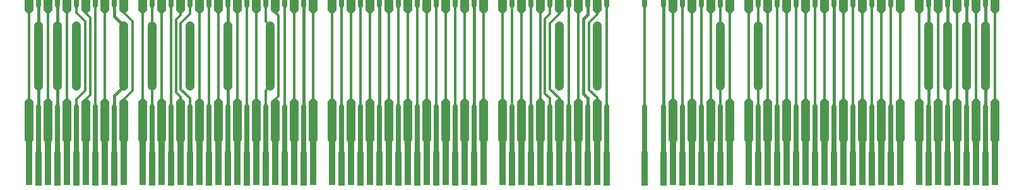
<source format=gbr>
%TF.GenerationSoftware,KiCad,Pcbnew,8.0.4*%
%TF.CreationDate,2024-08-20T01:52:53-04:00*%
%TF.ProjectId,EISA Bridge,45495341-2042-4726-9964-67652e6b6963,1*%
%TF.SameCoordinates,Original*%
%TF.FileFunction,Copper,L2,Bot*%
%TF.FilePolarity,Positive*%
%FSLAX46Y46*%
G04 Gerber Fmt 4.6, Leading zero omitted, Abs format (unit mm)*
G04 Created by KiCad (PCBNEW 8.0.4) date 2024-08-20 01:52:53*
%MOMM*%
%LPD*%
G01*
G04 APERTURE LIST*
G04 Aperture macros list*
%AMFreePoly0*
4,1,26,0.155291,0.585932,0.300000,0.525992,0.424264,0.430641,0.519615,0.306377,0.579555,0.161668,0.600000,0.006377,0.600000,-4.793623,0.579555,-4.948914,0.519615,-5.093623,0.424264,-5.217887,0.400000,-5.236506,0.400000,-11.043623,-0.400000,-11.043623,-0.400000,-5.236506,-0.424264,-5.217887,-0.519615,-5.093623,-0.579555,-4.948914,-0.600000,-4.793623,-0.600000,0.006377,-0.579555,0.161668,
-0.519615,0.306377,-0.424264,0.430641,-0.300000,0.525992,-0.155291,0.585932,0.000000,0.606377,0.155291,0.585932,0.155291,0.585932,$1*%
%AMFreePoly1*
4,1,22,0.068685,0.292031,0.169541,0.247499,0.247499,0.169541,0.292031,0.068685,0.300000,0.000000,0.300000,-6.001279,0.323607,-6.024886,0.380423,-6.136393,0.400000,-6.260000,0.400000,-10.740000,-0.400000,-10.740000,-0.400000,-6.260000,-0.380423,-6.136393,-0.323607,-6.024886,-0.300000,-6.001279,-0.300000,0.000000,-0.292031,0.068685,-0.247499,0.169541,-0.169541,0.247499,-0.068685,0.292031,
0.000000,0.300000,0.068685,0.292031,0.068685,0.292031,$1*%
G04 Aperture macros list end*
%TA.AperFunction,SMDPad,CuDef*%
%ADD10FreePoly0,0.000000*%
%TD*%
%TA.AperFunction,SMDPad,CuDef*%
%ADD11FreePoly1,0.000000*%
%TD*%
%TA.AperFunction,SMDPad,CuDef*%
%ADD12FreePoly0,180.000000*%
%TD*%
%TA.AperFunction,SMDPad,CuDef*%
%ADD13FreePoly1,180.000000*%
%TD*%
%TA.AperFunction,ViaPad*%
%ADD14C,1.000000*%
%TD*%
%TA.AperFunction,Conductor*%
%ADD15C,0.300000*%
%TD*%
%TA.AperFunction,Conductor*%
%ADD16C,1.200000*%
%TD*%
%TA.AperFunction,Conductor*%
%ADD17C,0.400000*%
%TD*%
G04 APERTURE END LIST*
D10*
%TO.P,CN1,A1,~{I/O_CH_CK}*%
%TO.N,/A1*%
X88080000Y-107330000D03*
%TO.P,CN1,A2,DATA_7*%
%TO.N,/A2*%
X90620000Y-107330000D03*
%TO.P,CN1,A3,DATA_6*%
%TO.N,/A3*%
X93160000Y-107330000D03*
%TO.P,CN1,A4,DATA_5*%
%TO.N,/A4*%
X95700000Y-107330000D03*
%TO.P,CN1,A5,DATA_4*%
%TO.N,/A5*%
X98240000Y-107330000D03*
%TO.P,CN1,A6,DATA_3*%
%TO.N,/A6*%
X100780000Y-107330000D03*
%TO.P,CN1,A7,DATA_2*%
%TO.N,/A7*%
X103320000Y-107330000D03*
%TO.P,CN1,A8,DATA_1*%
%TO.N,/A8*%
X105860000Y-107330000D03*
%TO.P,CN1,A9,DATA_0*%
%TO.N,/A9*%
X108400000Y-107330000D03*
%TO.P,CN1,A10,I/O_CH_RDY*%
%TO.N,/A10*%
X110940000Y-107330000D03*
%TO.P,CN1,A11,AEN*%
%TO.N,/A11*%
X113480000Y-107330000D03*
%TO.P,CN1,A12,ADDR_19*%
%TO.N,/A12*%
X116020000Y-107330000D03*
%TO.P,CN1,A13,ADDR_18*%
%TO.N,/A13*%
X118560000Y-107330000D03*
%TO.P,CN1,A14,ADDR_17*%
%TO.N,/A14*%
X121100000Y-107330000D03*
%TO.P,CN1,A15,ADDR_16*%
%TO.N,/A15*%
X123640000Y-107330000D03*
%TO.P,CN1,A16,ADDR_15*%
%TO.N,/A16*%
X126180000Y-107330000D03*
%TO.P,CN1,A17,ADDR_14*%
%TO.N,/A17*%
X128720000Y-107330000D03*
%TO.P,CN1,A18,ADDR_13*%
%TO.N,/A18*%
X131260000Y-107330000D03*
%TO.P,CN1,A19,ADDR_12*%
%TO.N,/A19*%
X133800000Y-107330000D03*
%TO.P,CN1,A20,ADDR_11*%
%TO.N,/A20*%
X136340000Y-107330000D03*
%TO.P,CN1,A21,ADDR_10*%
%TO.N,/A21*%
X138880000Y-107330000D03*
%TO.P,CN1,A22,ADDR_9*%
%TO.N,/A22*%
X141420000Y-107330000D03*
%TO.P,CN1,A23,ADDR_8*%
%TO.N,/A23*%
X143960000Y-107330000D03*
%TO.P,CN1,A24,ADDR_7*%
%TO.N,/A24*%
X146500000Y-107330000D03*
%TO.P,CN1,A25,ADDR_6*%
%TO.N,/A25*%
X149040000Y-107330000D03*
%TO.P,CN1,A26,ADDR_5*%
%TO.N,/A26*%
X151580000Y-107330000D03*
%TO.P,CN1,A27,ADDR_4*%
%TO.N,/A27*%
X154120000Y-107330000D03*
%TO.P,CN1,A28,ADDR_3*%
%TO.N,/A28*%
X156660000Y-107330000D03*
%TO.P,CN1,A29,ADDR_2*%
%TO.N,/A29*%
X159200000Y-107330000D03*
%TO.P,CN1,A30,ADDR_1*%
%TO.N,/A30*%
X161740000Y-107330000D03*
%TO.P,CN1,A31,ADDR_0*%
%TO.N,/A31*%
X164280000Y-107330000D03*
%TO.P,CN1,C1,SBHE*%
%TO.N,/C1*%
X174440000Y-107330000D03*
%TO.P,CN1,C2,ADDR_23*%
%TO.N,/C2*%
X176980000Y-107330000D03*
%TO.P,CN1,C3,ADDR_22*%
%TO.N,/C3*%
X179520000Y-107330000D03*
%TO.P,CN1,C4,ADDR_21*%
%TO.N,/C4*%
X182060000Y-107330000D03*
%TO.P,CN1,C5,ADDR_20*%
%TO.N,/C5*%
X184600000Y-107330000D03*
%TO.P,CN1,C6,ADDR_19*%
%TO.N,/C6*%
X187140000Y-107330000D03*
%TO.P,CN1,C7,ADDR_18*%
%TO.N,/C7*%
X189680000Y-107330000D03*
%TO.P,CN1,C8,ADDR_17*%
%TO.N,/C8*%
X192220000Y-107330000D03*
%TO.P,CN1,C9,~{MEMR}*%
%TO.N,/C9*%
X194760000Y-107330000D03*
%TO.P,CN1,C10,~{MEMW}*%
%TO.N,/C10*%
X197300000Y-107330000D03*
%TO.P,CN1,C11,DATA_8*%
%TO.N,/C11*%
X199840000Y-107330000D03*
%TO.P,CN1,C12,DATA_9*%
%TO.N,/C12*%
X202380000Y-107330000D03*
%TO.P,CN1,C13,DATA_10*%
%TO.N,/C13*%
X204920000Y-107330000D03*
%TO.P,CN1,C14,DATA_11*%
%TO.N,/C14*%
X207460000Y-107330000D03*
%TO.P,CN1,C15,DATA_12*%
%TO.N,/C15*%
X210000000Y-107330000D03*
%TO.P,CN1,C16,DATA_13*%
%TO.N,/C16*%
X212540000Y-107330000D03*
%TO.P,CN1,C17,DATA_14*%
%TO.N,/C17*%
X215080000Y-107330000D03*
%TO.P,CN1,C18,DATA_15*%
%TO.N,/C18*%
X217620000Y-107330000D03*
D11*
%TO.P,CN1,E1,CMD*%
%TO.N,GND*%
X89360000Y-107630000D03*
%TO.P,CN1,E2,START*%
%TO.N,+5V Alt*%
X91900000Y-107630000D03*
%TO.P,CN1,E3,EX_RDY*%
%TO.N,/E3*%
X94440000Y-107630000D03*
%TO.P,CN1,E4,EX_32*%
%TO.N,/E4*%
X96980000Y-107630000D03*
%TO.P,CN1,E5,GND*%
%TO.N,GND*%
X99520000Y-107630000D03*
%TO.P,CN1,E7,EX16*%
%TO.N,/F7*%
X104600000Y-107630000D03*
%TO.P,CN1,E8,SLBURST*%
%TO.N,/E8*%
X107140000Y-107630000D03*
%TO.P,CN1,E9,MSBURST*%
%TO.N,/E9*%
X109680000Y-107630000D03*
%TO.P,CN1,E10,W-R*%
%TO.N,/E10*%
X112220000Y-107630000D03*
%TO.P,CN1,E11,GND*%
%TO.N,GND*%
X114760000Y-107630000D03*
%TO.P,CN1,E12,Reserved*%
%TO.N,/E12*%
X117300000Y-107630000D03*
%TO.P,CN1,E13,Reserved*%
%TO.N,/E13*%
X119840000Y-107630000D03*
%TO.P,CN1,E14,Reserved*%
%TO.N,/E14*%
X122380000Y-107630000D03*
%TO.P,CN1,E15,GND*%
%TO.N,GND*%
X124920000Y-107630000D03*
%TO.P,CN1,E17,BE_1*%
%TO.N,/E17*%
X130000000Y-107630000D03*
%TO.P,CN1,E18,LA_31*%
%TO.N,/E18*%
X132540000Y-107630000D03*
%TO.P,CN1,E19,GND*%
%TO.N,GND*%
X135080000Y-107630000D03*
%TO.P,CN1,E20,LA_30*%
%TO.N,/E20*%
X137620000Y-107630000D03*
%TO.P,CN1,E21,LA_28*%
%TO.N,/E21*%
X140160000Y-107630000D03*
%TO.P,CN1,E22,LA_27*%
%TO.N,/E22*%
X142700000Y-107630000D03*
%TO.P,CN1,E23,LA_25*%
%TO.N,/E23*%
X145240000Y-107630000D03*
%TO.P,CN1,E24,GND*%
%TO.N,GND*%
X147780000Y-107630000D03*
%TO.P,CN1,E26,LA_15*%
%TO.N,/E26*%
X152860000Y-107630000D03*
%TO.P,CN1,E27,LA_13*%
%TO.N,/E27*%
X155400000Y-107630000D03*
%TO.P,CN1,E28,LA_12*%
%TO.N,/E28*%
X157940000Y-107630000D03*
%TO.P,CN1,E29,LA_11*%
%TO.N,/E29*%
X160480000Y-107630000D03*
%TO.P,CN1,E30,GND*%
%TO.N,GND*%
X163020000Y-107630000D03*
%TO.P,CN1,E31,LA_9*%
%TO.N,/E31*%
X165560000Y-107630000D03*
%TO.P,CN1,G1,LA_7*%
%TO.N,/G1*%
X170640000Y-107630000D03*
%TO.P,CN1,G2,GND*%
%TO.N,GND*%
X173180000Y-107630000D03*
%TO.P,CN1,G3,LA_4*%
%TO.N,/G3*%
X175720000Y-107630000D03*
%TO.P,CN1,G4,LA_3*%
%TO.N,/G4*%
X178260000Y-107630000D03*
%TO.P,CN1,G5,GND*%
%TO.N,GND*%
X180800000Y-107630000D03*
%TO.P,CN1,G7,DATA_17*%
%TO.N,/G7*%
X185880000Y-107630000D03*
%TO.P,CN1,G8,DATA_19*%
%TO.N,/G8*%
X188420000Y-107630000D03*
%TO.P,CN1,G9,DATA_20*%
%TO.N,/G9*%
X190960000Y-107630000D03*
%TO.P,CN1,G10,DATA_22*%
%TO.N,/G10*%
X193500000Y-107630000D03*
%TO.P,CN1,G11,GND*%
%TO.N,GND*%
X196040000Y-107630000D03*
%TO.P,CN1,G12,DATA_25*%
%TO.N,/G12*%
X198580000Y-107630000D03*
%TO.P,CN1,G13,DATA_26*%
%TO.N,/G13*%
X201120000Y-107630000D03*
%TO.P,CN1,G14,DATA_28*%
%TO.N,/G14*%
X203660000Y-107630000D03*
%TO.P,CN1,G16,GND*%
%TO.N,GND*%
X208740000Y-107630000D03*
%TO.P,CN1,G17,DATA_30*%
%TO.N,+5V*%
X211280000Y-107630000D03*
%TO.P,CN1,G18,DATA_31*%
%TO.N,+5V Alt*%
X213820000Y-107630000D03*
%TO.P,CN1,G19,MRE_QN*%
%TO.N,GND*%
X216360000Y-107630000D03*
%TD*%
D12*
%TO.P,CN2,A1,~{I/O_CH_CK}*%
%TO.N,/A1*%
X88110000Y-94580000D03*
%TO.P,CN2,A2,DATA_7*%
%TO.N,/A2*%
X90650000Y-94580000D03*
%TO.P,CN2,A3,DATA_6*%
%TO.N,/A3*%
X93190000Y-94580000D03*
%TO.P,CN2,A4,DATA_5*%
%TO.N,/A4*%
X95730000Y-94580000D03*
%TO.P,CN2,A5,DATA_4*%
%TO.N,/A5*%
X98270000Y-94580000D03*
%TO.P,CN2,A6,DATA_3*%
%TO.N,/A6*%
X100810000Y-94580000D03*
%TO.P,CN2,A7,DATA_2*%
%TO.N,/A7*%
X103350000Y-94580000D03*
%TO.P,CN2,A8,DATA_1*%
%TO.N,/A8*%
X105890000Y-94580000D03*
%TO.P,CN2,A9,DATA_0*%
%TO.N,/A9*%
X108430000Y-94580000D03*
%TO.P,CN2,A10,I/O_CH_RDY*%
%TO.N,/A10*%
X110970000Y-94580000D03*
%TO.P,CN2,A11,AEN*%
%TO.N,/A11*%
X113510000Y-94580000D03*
%TO.P,CN2,A12,ADDR_19*%
%TO.N,/A12*%
X116050000Y-94580000D03*
%TO.P,CN2,A13,ADDR_18*%
%TO.N,/A13*%
X118590000Y-94580000D03*
%TO.P,CN2,A14,ADDR_17*%
%TO.N,/A14*%
X121130000Y-94580000D03*
%TO.P,CN2,A15,ADDR_16*%
%TO.N,/A15*%
X123670000Y-94580000D03*
%TO.P,CN2,A16,ADDR_15*%
%TO.N,/A16*%
X126210000Y-94580000D03*
%TO.P,CN2,A17,ADDR_14*%
%TO.N,/A17*%
X128750000Y-94580000D03*
%TO.P,CN2,A18,ADDR_13*%
%TO.N,/A18*%
X131290000Y-94580000D03*
%TO.P,CN2,A19,ADDR_12*%
%TO.N,/A19*%
X133830000Y-94580000D03*
%TO.P,CN2,A20,ADDR_11*%
%TO.N,/A20*%
X136370000Y-94580000D03*
%TO.P,CN2,A21,ADDR_10*%
%TO.N,/A21*%
X138910000Y-94580000D03*
%TO.P,CN2,A22,ADDR_9*%
%TO.N,/A22*%
X141450000Y-94580000D03*
%TO.P,CN2,A23,ADDR_8*%
%TO.N,/A23*%
X143990000Y-94580000D03*
%TO.P,CN2,A24,ADDR_7*%
%TO.N,/A24*%
X146530000Y-94580000D03*
%TO.P,CN2,A25,ADDR_6*%
%TO.N,/A25*%
X149070000Y-94580000D03*
%TO.P,CN2,A26,ADDR_5*%
%TO.N,/A26*%
X151610000Y-94580000D03*
%TO.P,CN2,A27,ADDR_4*%
%TO.N,/A27*%
X154150000Y-94580000D03*
%TO.P,CN2,A28,ADDR_3*%
%TO.N,/A28*%
X156690000Y-94580000D03*
%TO.P,CN2,A29,ADDR_2*%
%TO.N,/A29*%
X159230000Y-94580000D03*
%TO.P,CN2,A30,ADDR_1*%
%TO.N,/A30*%
X161770000Y-94580000D03*
%TO.P,CN2,A31,ADDR_0*%
%TO.N,/A31*%
X164310000Y-94580000D03*
%TO.P,CN2,C1,SBHE*%
%TO.N,/C1*%
X174470000Y-94580000D03*
%TO.P,CN2,C2,ADDR_23*%
%TO.N,/C2*%
X177010000Y-94580000D03*
%TO.P,CN2,C3,ADDR_22*%
%TO.N,/C3*%
X179550000Y-94580000D03*
%TO.P,CN2,C4,ADDR_21*%
%TO.N,/C4*%
X182090000Y-94580000D03*
%TO.P,CN2,C5,ADDR_20*%
%TO.N,/C5*%
X184630000Y-94580000D03*
%TO.P,CN2,C6,ADDR_19*%
%TO.N,/C6*%
X187170000Y-94580000D03*
%TO.P,CN2,C7,ADDR_18*%
%TO.N,/C7*%
X189710000Y-94580000D03*
%TO.P,CN2,C8,ADDR_17*%
%TO.N,/C8*%
X192250000Y-94580000D03*
%TO.P,CN2,C9,~{MEMR}*%
%TO.N,/C9*%
X194790000Y-94580000D03*
%TO.P,CN2,C10,~{MEMW}*%
%TO.N,/C10*%
X197330000Y-94580000D03*
%TO.P,CN2,C11,DATA_8*%
%TO.N,/C11*%
X199870000Y-94580000D03*
%TO.P,CN2,C12,DATA_9*%
%TO.N,/C12*%
X202410000Y-94580000D03*
%TO.P,CN2,C13,DATA_10*%
%TO.N,/C13*%
X204950000Y-94580000D03*
%TO.P,CN2,C14,DATA_11*%
%TO.N,/C14*%
X207490000Y-94580000D03*
%TO.P,CN2,C15,DATA_12*%
%TO.N,/C15*%
X210030000Y-94580000D03*
%TO.P,CN2,C16,DATA_13*%
%TO.N,/C16*%
X212570000Y-94580000D03*
%TO.P,CN2,C17,DATA_14*%
%TO.N,/C17*%
X215110000Y-94580000D03*
%TO.P,CN2,C18,DATA_15*%
%TO.N,/C18*%
X217650000Y-94580000D03*
D13*
%TO.P,CN2,E1,CMD*%
%TO.N,GND*%
X89390000Y-94280000D03*
%TO.P,CN2,E2,START*%
%TO.N,+5V Alt*%
X91930000Y-94280000D03*
%TO.P,CN2,E3,EX_RDY*%
%TO.N,/E3*%
X94470000Y-94280000D03*
%TO.P,CN2,E4,EX_32*%
%TO.N,/E4*%
X97010000Y-94280000D03*
%TO.P,CN2,E5*%
%TO.N,N/C*%
X99550000Y-94280000D03*
%TO.P,CN2,E7,EX16*%
%TO.N,/F7*%
X104630000Y-94280000D03*
%TO.P,CN2,E8,SLBURST*%
%TO.N,/E8*%
X107170000Y-94280000D03*
%TO.P,CN2,E9,MSBURST*%
%TO.N,/E9*%
X109710000Y-94280000D03*
%TO.P,CN2,E10,W-R*%
%TO.N,/E10*%
X112250000Y-94280000D03*
%TO.P,CN2,E11,GND*%
%TO.N,GND*%
X114790000Y-94280000D03*
%TO.P,CN2,E12,Reserved*%
%TO.N,/E12*%
X117330000Y-94280000D03*
%TO.P,CN2,E13,Reserved*%
%TO.N,/E13*%
X119870000Y-94280000D03*
%TO.P,CN2,E14*%
%TO.N,N/C*%
X122410000Y-94280000D03*
%TO.P,CN2,E15,GND*%
%TO.N,GND*%
X124950000Y-94280000D03*
%TO.P,CN2,E17,BE_1*%
%TO.N,/E17*%
X130030000Y-94280000D03*
%TO.P,CN2,E18,LA_31*%
%TO.N,/E18*%
X132570000Y-94280000D03*
%TO.P,CN2,E19,GND*%
%TO.N,GND*%
X135110000Y-94280000D03*
%TO.P,CN2,E20,LA_30*%
%TO.N,/E20*%
X137650000Y-94280000D03*
%TO.P,CN2,E21,LA_28*%
%TO.N,/E21*%
X140190000Y-94280000D03*
%TO.P,CN2,E22,LA_27*%
%TO.N,/E22*%
X142730000Y-94280000D03*
%TO.P,CN2,E23,LA_25*%
%TO.N,/E23*%
X145270000Y-94280000D03*
%TO.P,CN2,E24,GND*%
%TO.N,GND*%
X147810000Y-94280000D03*
%TO.P,CN2,E26,LA_15*%
%TO.N,/E26*%
X152890000Y-94280000D03*
%TO.P,CN2,E27*%
%TO.N,N/C*%
X155430000Y-94280000D03*
%TO.P,CN2,E28,LA_12*%
%TO.N,/E28*%
X157970000Y-94280000D03*
%TO.P,CN2,E29,LA_11*%
%TO.N,/E29*%
X160510000Y-94280000D03*
%TO.P,CN2,E30,GND*%
%TO.N,GND*%
X163050000Y-94280000D03*
%TO.P,CN2,E31,LA_9*%
%TO.N,/E31*%
X165590000Y-94280000D03*
%TO.P,CN2,G1,LA_7*%
%TO.N,/G1*%
X170670000Y-94280000D03*
%TO.P,CN2,G2,GND*%
%TO.N,GND*%
X173210000Y-94280000D03*
%TO.P,CN2,G3,LA_4*%
%TO.N,/G3*%
X175750000Y-94280000D03*
%TO.P,CN2,G4*%
%TO.N,N/C*%
X178290000Y-94280000D03*
%TO.P,CN2,G5,GND*%
%TO.N,GND*%
X180830000Y-94280000D03*
%TO.P,CN2,G7,DATA_17*%
%TO.N,/G7*%
X185910000Y-94280000D03*
%TO.P,CN2,G8,DATA_19*%
%TO.N,/G8*%
X188450000Y-94280000D03*
%TO.P,CN2,G9,DATA_20*%
%TO.N,/G9*%
X190990000Y-94280000D03*
%TO.P,CN2,G10,DATA_22*%
%TO.N,/G10*%
X193530000Y-94280000D03*
%TO.P,CN2,G11,GND*%
%TO.N,GND*%
X196070000Y-94280000D03*
%TO.P,CN2,G12,DATA_25*%
%TO.N,/G12*%
X198610000Y-94280000D03*
%TO.P,CN2,G13,DATA_26*%
%TO.N,/G13*%
X201150000Y-94280000D03*
%TO.P,CN2,G14*%
%TO.N,N/C*%
X203690000Y-94280000D03*
%TO.P,CN2,G16,GND*%
%TO.N,GND*%
X208770000Y-94280000D03*
%TO.P,CN2,G17,DATA_30*%
%TO.N,+5V*%
X211310000Y-94280000D03*
%TO.P,CN2,G18,DATA_31*%
%TO.N,+5V Alt*%
X213850000Y-94280000D03*
%TO.P,CN2,G19,MRE_QN*%
%TO.N,GND*%
X216390000Y-94280000D03*
%TD*%
D14*
%TO.N,/E13*%
X120380000Y-96880000D03*
X120380000Y-105010000D03*
%TO.N,/F7*%
X104570000Y-105010000D03*
X104570000Y-96880000D03*
%TO.N,GND*%
X208720000Y-105010000D03*
X100750000Y-105010000D03*
X208710000Y-96880000D03*
X114730000Y-96880000D03*
X216330000Y-105040000D03*
X164250000Y-96880000D03*
X89330000Y-96890000D03*
X180770000Y-96880000D03*
X216330000Y-96890000D03*
X100750000Y-96880000D03*
X180770000Y-105010000D03*
X164250000Y-105010000D03*
X114730000Y-105010000D03*
X89330000Y-105020000D03*
%TO.N,/G7*%
X185850000Y-96880000D03*
X185850000Y-105010000D03*
%TO.N,+12V*%
X109660000Y-105010000D03*
X109660000Y-96880000D03*
%TO.N,+5V*%
X94410000Y-105010000D03*
X159180000Y-96880000D03*
X211250000Y-96880000D03*
X94410000Y-96880000D03*
X211250000Y-105010000D03*
X159180000Y-105010000D03*
%TO.N,+5V Alt*%
X213790000Y-96880000D03*
X213790000Y-105010000D03*
X91870000Y-105010000D03*
X91870000Y-96880000D03*
%TD*%
D15*
%TO.N,/A22*%
X141420000Y-94600000D02*
X141420000Y-107320000D01*
%TO.N,/A13*%
X118560000Y-94600000D02*
X118560000Y-107320000D01*
%TO.N,/A10*%
X110940000Y-94600000D02*
X110940000Y-107320000D01*
%TO.N,/A31*%
X163200000Y-105480000D02*
X164280000Y-106560000D01*
X164280000Y-94600000D02*
X164280000Y-95390000D01*
X164280000Y-106560000D02*
X164280000Y-107320000D01*
X164280000Y-95390000D02*
X163200000Y-96470000D01*
X163200000Y-96470000D02*
X163200000Y-105480000D01*
%TO.N,/A6*%
X100780000Y-106820000D02*
X100780000Y-107320000D01*
X100780000Y-95090000D02*
X102000000Y-96310000D01*
X102000000Y-105600000D02*
X100780000Y-106820000D01*
X100780000Y-94600000D02*
X100780000Y-95090000D01*
X102000000Y-96310000D02*
X102000000Y-105600000D01*
%TO.N,/A24*%
X146500000Y-94600000D02*
X146500000Y-107320000D01*
%TO.N,/A27*%
X154120000Y-107320000D02*
X154120000Y-94600000D01*
%TO.N,/A5*%
X98240000Y-94600000D02*
X98240000Y-107320000D01*
%TO.N,/A3*%
X93160000Y-94600000D02*
X93160000Y-107320000D01*
%TO.N,/A20*%
X136340000Y-107320000D02*
X136340000Y-94600000D01*
%TO.N,/A14*%
X121100000Y-95060000D02*
X121530599Y-95490599D01*
X121530599Y-106369401D02*
X121100000Y-106800000D01*
X121100000Y-94600000D02*
X121100000Y-95060000D01*
X121530599Y-95490599D02*
X121530599Y-106369401D01*
X121100000Y-106800000D02*
X121100000Y-107320000D01*
%TO.N,/A1*%
X88080000Y-94600000D02*
X88080000Y-107320000D01*
%TO.N,/A18*%
X131260000Y-94600000D02*
X131260000Y-107320000D01*
%TO.N,/A30*%
X161740000Y-94600000D02*
X161740000Y-107320000D01*
%TO.N,/A16*%
X126180000Y-94600000D02*
X126180000Y-107320000D01*
%TO.N,/A2*%
X90620000Y-94600000D02*
X90620000Y-107320000D01*
%TO.N,/A25*%
X149040000Y-94600000D02*
X149040000Y-107320000D01*
%TO.N,/A15*%
X123640000Y-94600000D02*
X123640000Y-107320000D01*
%TO.N,/A11*%
X113480000Y-107320000D02*
X113480000Y-94600000D01*
%TO.N,/A29*%
X159200000Y-94600000D02*
X159200000Y-95260000D01*
X159200000Y-95260000D02*
X157950000Y-96510000D01*
X157950000Y-96510000D02*
X157950000Y-105400000D01*
X157950000Y-105400000D02*
X159200000Y-106650000D01*
X159200000Y-106650000D02*
X159200000Y-107320000D01*
%TO.N,/A8*%
X105860000Y-94600000D02*
X105860000Y-107320000D01*
%TO.N,/A4*%
X95700000Y-106760000D02*
X96300000Y-106160000D01*
X96300000Y-95760000D02*
X95700000Y-95160000D01*
X96300000Y-106160000D02*
X96300000Y-95760000D01*
X95700000Y-95160000D02*
X95700000Y-94600000D01*
X95700000Y-107320000D02*
X95700000Y-106760000D01*
%TO.N,/A19*%
X133800000Y-94600000D02*
X133800000Y-107320000D01*
%TO.N,/A23*%
X143960000Y-94600000D02*
X143960000Y-107320000D01*
%TO.N,/A9*%
X108400000Y-106470000D02*
X108400000Y-107320000D01*
X108400000Y-94600000D02*
X108400000Y-95450000D01*
X107810000Y-105880000D02*
X108400000Y-106470000D01*
X107810000Y-96040000D02*
X107810000Y-105880000D01*
X108400000Y-95450000D02*
X107810000Y-96040000D01*
%TO.N,/A17*%
X128720000Y-107320000D02*
X128720000Y-94600000D01*
%TO.N,/A7*%
X103320000Y-94600000D02*
X103320000Y-107320000D01*
%TO.N,/A26*%
X151580000Y-107320000D02*
X151580000Y-94600000D01*
%TO.N,/A21*%
X138880000Y-107320000D02*
X138880000Y-94600000D01*
%TO.N,/A28*%
X156660000Y-107320000D02*
X156660000Y-94600000D01*
%TO.N,/A12*%
X116020000Y-94600000D02*
X116020000Y-107320000D01*
%TO.N,/E14*%
X122380000Y-94300000D02*
X122380000Y-107620000D01*
%TO.N,/E12*%
X117300000Y-94300000D02*
X117300000Y-107620000D01*
%TO.N,/E21*%
X140160000Y-94300000D02*
X140160000Y-107620000D01*
%TO.N,/E9*%
X108460000Y-105410000D02*
X109680000Y-106630000D01*
X109680000Y-106630000D02*
X109680000Y-107620000D01*
X108460000Y-96520000D02*
X108460000Y-105410000D01*
X109680000Y-94300000D02*
X109680000Y-95300000D01*
X109680000Y-95300000D02*
X108460000Y-96520000D01*
%TO.N,/E28*%
X157300000Y-106020000D02*
X157940000Y-106660000D01*
X157940000Y-106660000D02*
X157940000Y-107620000D01*
X157300000Y-95930000D02*
X157300000Y-106020000D01*
X157940000Y-95290000D02*
X157300000Y-95930000D01*
X157940000Y-94300000D02*
X157940000Y-95290000D01*
%TO.N,/E10*%
X112220000Y-94300000D02*
X112220000Y-107620000D01*
%TO.N,/E29*%
X160480000Y-94300000D02*
X160480000Y-107620000D01*
%TO.N,/E3*%
X94440000Y-94300000D02*
X94440000Y-95090000D01*
X95630000Y-105640000D02*
X94440000Y-106830000D01*
X94440000Y-106830000D02*
X94440000Y-107620000D01*
X94440000Y-95090000D02*
X95630000Y-96280000D01*
X95630000Y-96280000D02*
X95630000Y-105640000D01*
%TO.N,/E27*%
X155400000Y-94300000D02*
X155400000Y-107620000D01*
%TO.N,/E31*%
X165560000Y-94300000D02*
X165560000Y-107620000D01*
%TO.N,/E8*%
X107140000Y-94300000D02*
X107140000Y-107620000D01*
%TO.N,/E13*%
X119840000Y-96310000D02*
X120410000Y-96880000D01*
X119840000Y-105570000D02*
X120400000Y-105010000D01*
X119840000Y-94300000D02*
X119840000Y-96310000D01*
X119840000Y-107620000D02*
X119840000Y-105570000D01*
X120400000Y-105010000D02*
X120410000Y-105010000D01*
D16*
X120410000Y-96880000D02*
X120410000Y-105010000D01*
D15*
%TO.N,/E23*%
X145240000Y-94300000D02*
X145240000Y-107620000D01*
%TO.N,/E4*%
X96980000Y-94300000D02*
X96980000Y-107620000D01*
%TO.N,/E26*%
X152860000Y-94300000D02*
X152860000Y-107620000D01*
%TO.N,/E17*%
X130000000Y-94300000D02*
X130000000Y-107620000D01*
%TO.N,/E18*%
X132540000Y-107620000D02*
X132540000Y-94300000D01*
%TO.N,/E22*%
X142700000Y-94300000D02*
X142700000Y-107620000D01*
D16*
%TO.N,/F7*%
X104600000Y-96880000D02*
X104600000Y-105010000D01*
D15*
X104600000Y-94300000D02*
X104600000Y-96880000D01*
X104600000Y-105010000D02*
X104600000Y-107620000D01*
%TO.N,/E20*%
X137620000Y-94300000D02*
X137620000Y-107620000D01*
%TO.N,/C12*%
X202380000Y-94600000D02*
X202380000Y-107320000D01*
%TO.N,/C14*%
X207460000Y-107310000D02*
X207470000Y-107320000D01*
X207460000Y-94600000D02*
X207460000Y-107310000D01*
%TO.N,/G3*%
X175720000Y-94300000D02*
X175720000Y-107620000D01*
D16*
%TO.N,GND*%
X100780000Y-105010000D02*
X100780000Y-96880000D01*
D17*
X216360000Y-94300000D02*
X216360000Y-96890000D01*
D16*
X89360000Y-96890000D02*
X89360000Y-105020000D01*
D17*
X89360000Y-94300000D02*
X89360000Y-96890000D01*
X208740000Y-94300000D02*
X208740000Y-96880000D01*
X163020000Y-95360000D02*
X162460000Y-95920000D01*
X196040000Y-94300000D02*
X196040000Y-107620000D01*
X173180000Y-94300000D02*
X173180000Y-107620000D01*
X124920000Y-94300000D02*
X124920000Y-107620000D01*
X114760000Y-94300000D02*
X114760000Y-107620000D01*
X99520000Y-106270000D02*
X100780000Y-105010000D01*
X147780000Y-94300000D02*
X147780000Y-107620000D01*
X162460000Y-106070000D02*
X163020000Y-106630000D01*
D16*
X164280000Y-96880000D02*
X164280000Y-105010000D01*
D17*
X216370000Y-107620000D02*
X216370000Y-105050000D01*
X163020000Y-94300000D02*
X163020000Y-95360000D01*
X162460000Y-95920000D02*
X162460000Y-106070000D01*
D16*
X114760000Y-96880000D02*
X114760000Y-105010000D01*
D15*
X180800000Y-96880000D02*
X180800000Y-94300000D01*
X180800000Y-105010000D02*
X180800000Y-107620000D01*
D16*
X180800000Y-96880000D02*
X180800000Y-105010000D01*
X216360000Y-105030000D02*
X216360000Y-96880000D01*
D17*
X100780000Y-96880000D02*
X99520000Y-95620000D01*
D16*
X208740000Y-105010000D02*
X208740000Y-96860000D01*
D17*
X163020000Y-106630000D02*
X163020000Y-107620000D01*
X135080000Y-94300000D02*
X135080000Y-107620000D01*
X89360000Y-107620000D02*
X89360000Y-105020000D01*
X99520000Y-107620000D02*
X99520000Y-106270000D01*
X216370000Y-105050000D02*
X216360000Y-105040000D01*
X208750000Y-107620000D02*
X208750000Y-105010000D01*
X99520000Y-95620000D02*
X99520000Y-94300000D01*
D15*
%TO.N,/C18*%
X217630000Y-94610000D02*
X217620000Y-94600000D01*
X217630000Y-107320000D02*
X217630000Y-94610000D01*
%TO.N,/C4*%
X182060000Y-94600000D02*
X182060000Y-107320000D01*
%TO.N,/C8*%
X192220000Y-107320000D02*
X192220000Y-94600000D01*
D16*
%TO.N,/G7*%
X185880000Y-96880000D02*
X185880000Y-105010000D01*
D15*
X185880000Y-105010000D02*
X185880000Y-107620000D01*
X185880000Y-94300000D02*
X185880000Y-96880000D01*
%TO.N,/G14*%
X203660000Y-107620000D02*
X203660000Y-94300000D01*
%TO.N,/C10*%
X197300000Y-107320000D02*
X197300000Y-94600000D01*
%TO.N,/C1*%
X174440000Y-94600000D02*
X174440000Y-107320000D01*
%TO.N,/G10*%
X193500000Y-94300000D02*
X193500000Y-107620000D01*
%TO.N,/G8*%
X188420000Y-94300000D02*
X188420000Y-107610000D01*
X188420000Y-107610000D02*
X188430000Y-107620000D01*
%TO.N,/G4*%
X178260000Y-94300000D02*
X178260000Y-107620000D01*
%TO.N,/C11*%
X199840000Y-94600000D02*
X199840000Y-107320000D01*
%TO.N,/C16*%
X212540000Y-107310000D02*
X212550000Y-107320000D01*
X212540000Y-94600000D02*
X212540000Y-107310000D01*
%TO.N,/G12*%
X198580000Y-94300000D02*
X198580000Y-107620000D01*
%TO.N,/C7*%
X189680000Y-107320000D02*
X189680000Y-94600000D01*
%TO.N,/C13*%
X204920000Y-94600000D02*
X204920000Y-107320000D01*
%TO.N,/C17*%
X215080000Y-107320000D02*
X215080000Y-94600000D01*
X215090000Y-94610000D02*
X215080000Y-94600000D01*
%TO.N,/C2*%
X176980000Y-94600000D02*
X176980000Y-107320000D01*
%TO.N,/C3*%
X179520000Y-94600000D02*
X179520000Y-107320000D01*
%TO.N,/G1*%
X170640000Y-94300000D02*
X170640000Y-107620000D01*
%TO.N,/G13*%
X201120000Y-107620000D02*
X201120000Y-94300000D01*
%TO.N,/C6*%
X187140000Y-94600000D02*
X187140000Y-107310000D01*
X187140000Y-107310000D02*
X187150000Y-107320000D01*
%TO.N,/C5*%
X184600000Y-94600000D02*
X184600000Y-107310000D01*
X184600000Y-107310000D02*
X184610000Y-107320000D01*
%TO.N,/C9*%
X194760000Y-107320000D02*
X194760000Y-94600000D01*
%TO.N,/C15*%
X210000000Y-94600000D02*
X210000000Y-107310000D01*
X210000000Y-107310000D02*
X210010000Y-107320000D01*
%TO.N,/G9*%
X190960000Y-94300000D02*
X190960000Y-107620000D01*
D16*
%TO.N,+12V*%
X109680000Y-96890000D02*
X109680000Y-105000000D01*
%TO.N,+5V*%
X94440000Y-96890000D02*
X94440000Y-105010000D01*
D17*
X211280000Y-94300000D02*
X211280000Y-96880000D01*
D16*
X159210000Y-96900000D02*
X159210000Y-105010000D01*
D17*
X211290000Y-107620000D02*
X211290000Y-105020000D01*
X211290000Y-105020000D02*
X211280000Y-105010000D01*
D16*
X211280000Y-96900000D02*
X211280000Y-105010000D01*
D17*
%TO.N,+5V Alt*%
X213830000Y-107620000D02*
X213830000Y-105020000D01*
D16*
X91900000Y-96885000D02*
X91900000Y-105015000D01*
D17*
X91900000Y-107620000D02*
X91900000Y-105010000D01*
X91900000Y-96870000D02*
X91910000Y-96880000D01*
D16*
X213820000Y-96885000D02*
X213820000Y-105015000D01*
D17*
X213830000Y-105020000D02*
X213820000Y-105010000D01*
X91900000Y-94300000D02*
X91900000Y-96870000D01*
X213820000Y-94300000D02*
X213820000Y-96880000D01*
%TD*%
M02*

</source>
